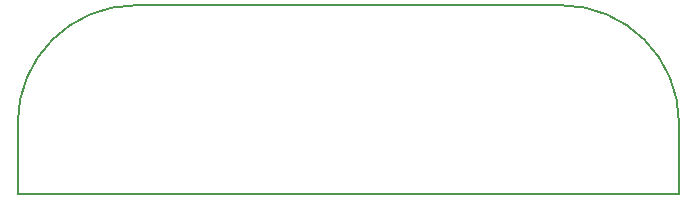
<source format=gbr>
%TF.GenerationSoftware,KiCad,Pcbnew,9.0.7*%
%TF.CreationDate,2026-01-26T09:51:23+01:00*%
%TF.ProjectId,Touchpad,546f7563-6870-4616-942e-6b696361645f,rev?*%
%TF.SameCoordinates,Original*%
%TF.FileFunction,Profile,NP*%
%FSLAX46Y46*%
G04 Gerber Fmt 4.6, Leading zero omitted, Abs format (unit mm)*
G04 Created by KiCad (PCBNEW 9.0.7) date 2026-01-26 09:51:23*
%MOMM*%
%LPD*%
G01*
G04 APERTURE LIST*
%TA.AperFunction,Profile*%
%ADD10C,0.180000*%
%TD*%
G04 APERTURE END LIST*
D10*
X170700000Y-79150000D02*
X170700000Y-73150000D01*
X180700000Y-63150000D02*
X216700000Y-63150000D01*
X216700000Y-63150000D02*
G75*
G02*
X226700000Y-73150000I0J-10000000D01*
G01*
X170700000Y-79150000D02*
X226700000Y-79150000D01*
X226700000Y-79150000D02*
X226700000Y-73150000D01*
X170700000Y-73150000D02*
G75*
G02*
X180700000Y-63150000I10000000J0D01*
G01*
M02*

</source>
